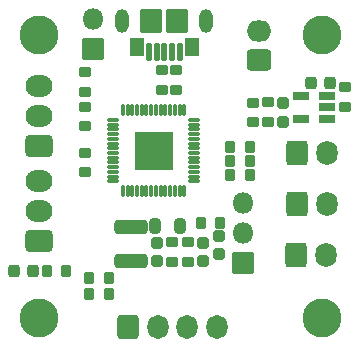
<source format=gts>
G04 #@! TF.GenerationSoftware,KiCad,Pcbnew,(6.0.7)*
G04 #@! TF.CreationDate,2022-10-27T11:51:29+02:00*
G04 #@! TF.ProjectId,reservoirCon,72657365-7276-46f6-9972-436f6e2e6b69,rev?*
G04 #@! TF.SameCoordinates,Original*
G04 #@! TF.FileFunction,Soldermask,Top*
G04 #@! TF.FilePolarity,Negative*
%FSLAX46Y46*%
G04 Gerber Fmt 4.6, Leading zero omitted, Abs format (unit mm)*
G04 Created by KiCad (PCBNEW (6.0.7)) date 2022-10-27 11:51:29*
%MOMM*%
%LPD*%
G01*
G04 APERTURE LIST*
G04 Aperture macros list*
%AMRoundRect*
0 Rectangle with rounded corners*
0 $1 Rounding radius*
0 $2 $3 $4 $5 $6 $7 $8 $9 X,Y pos of 4 corners*
0 Add a 4 corners polygon primitive as box body*
4,1,4,$2,$3,$4,$5,$6,$7,$8,$9,$2,$3,0*
0 Add four circle primitives for the rounded corners*
1,1,$1+$1,$2,$3*
1,1,$1+$1,$4,$5*
1,1,$1+$1,$6,$7*
1,1,$1+$1,$8,$9*
0 Add four rect primitives between the rounded corners*
20,1,$1+$1,$2,$3,$4,$5,0*
20,1,$1+$1,$4,$5,$6,$7,0*
20,1,$1+$1,$6,$7,$8,$9,0*
20,1,$1+$1,$8,$9,$2,$3,0*%
G04 Aperture macros list end*
%ADD10RoundRect,0.300000X-0.600000X-0.750000X0.600000X-0.750000X0.600000X0.750000X-0.600000X0.750000X0*%
%ADD11O,1.800000X2.100000*%
%ADD12RoundRect,0.250000X-0.275000X0.200000X-0.275000X-0.200000X0.275000X-0.200000X0.275000X0.200000X0*%
%ADD13RoundRect,0.250000X-0.200000X-0.275000X0.200000X-0.275000X0.200000X0.275000X-0.200000X0.275000X0*%
%ADD14RoundRect,0.250000X0.275000X-0.200000X0.275000X0.200000X-0.275000X0.200000X-0.275000X-0.200000X0*%
%ADD15RoundRect,0.100000X-0.387500X-0.050000X0.387500X-0.050000X0.387500X0.050000X-0.387500X0.050000X0*%
%ADD16RoundRect,0.100000X-0.050000X-0.387500X0.050000X-0.387500X0.050000X0.387500X-0.050000X0.387500X0*%
%ADD17RoundRect,0.050000X-1.600000X-1.600000X1.600000X-1.600000X1.600000X1.600000X-1.600000X1.600000X0*%
%ADD18RoundRect,0.050000X0.850000X0.850000X-0.850000X0.850000X-0.850000X-0.850000X0.850000X-0.850000X0*%
%ADD19O,1.800000X1.800000*%
%ADD20RoundRect,0.250000X0.200000X0.275000X-0.200000X0.275000X-0.200000X-0.275000X0.200000X-0.275000X0*%
%ADD21C,3.300000*%
%ADD22RoundRect,0.300000X0.750000X-0.600000X0.750000X0.600000X-0.750000X0.600000X-0.750000X-0.600000X0*%
%ADD23O,2.100000X1.800000*%
%ADD24RoundRect,0.300000X0.845000X-0.620000X0.845000X0.620000X-0.845000X0.620000X-0.845000X-0.620000X0*%
%ADD25O,2.290000X1.840000*%
%ADD26RoundRect,0.300000X-0.600000X-0.725000X0.600000X-0.725000X0.600000X0.725000X-0.600000X0.725000X0*%
%ADD27O,1.800000X2.050000*%
%ADD28RoundRect,0.275000X0.250000X-0.225000X0.250000X0.225000X-0.250000X0.225000X-0.250000X-0.225000X0*%
%ADD29RoundRect,0.200000X0.512500X0.150000X-0.512500X0.150000X-0.512500X-0.150000X0.512500X-0.150000X0*%
%ADD30RoundRect,0.275000X-0.250000X0.225000X-0.250000X-0.225000X0.250000X-0.225000X0.250000X0.225000X0*%
%ADD31RoundRect,0.268750X-0.218750X-0.256250X0.218750X-0.256250X0.218750X0.256250X-0.218750X0.256250X0*%
%ADD32RoundRect,0.268750X0.218750X0.381250X-0.218750X0.381250X-0.218750X-0.381250X0.218750X-0.381250X0*%
%ADD33RoundRect,0.275000X0.225000X0.250000X-0.225000X0.250000X-0.225000X-0.250000X0.225000X-0.250000X0*%
%ADD34RoundRect,0.050000X0.200000X0.700000X-0.200000X0.700000X-0.200000X-0.700000X0.200000X-0.700000X0*%
%ADD35RoundRect,0.050000X0.875000X0.950000X-0.875000X0.950000X-0.875000X-0.950000X0.875000X-0.950000X0*%
%ADD36RoundRect,0.050000X0.575000X0.725000X-0.575000X0.725000X-0.575000X-0.725000X0.575000X-0.725000X0*%
%ADD37O,1.150000X2.000000*%
%ADD38RoundRect,0.300000X1.100000X-0.325000X1.100000X0.325000X-1.100000X0.325000X-1.100000X-0.325000X0*%
G04 APERTURE END LIST*
D10*
X162250000Y-107000000D03*
D11*
X164750000Y-107000000D03*
D12*
X166333750Y-101450000D03*
X166333750Y-103100000D03*
D13*
X144675000Y-118900000D03*
X146325000Y-118900000D03*
D14*
X151700000Y-116225000D03*
X151700000Y-114575000D03*
D15*
X146662500Y-104200000D03*
X146662500Y-104600000D03*
X146662500Y-105000000D03*
X146662500Y-105400000D03*
X146662500Y-105800000D03*
X146662500Y-106200000D03*
X146662500Y-106600000D03*
X146662500Y-107000000D03*
X146662500Y-107400000D03*
X146662500Y-107800000D03*
X146662500Y-108200000D03*
X146662500Y-108600000D03*
X146662500Y-109000000D03*
X146662500Y-109400000D03*
D16*
X147500000Y-110237500D03*
X147900000Y-110237500D03*
X148300000Y-110237500D03*
X148700000Y-110237500D03*
X149100000Y-110237500D03*
X149500000Y-110237500D03*
X149900000Y-110237500D03*
X150300000Y-110237500D03*
X150700000Y-110237500D03*
X151100000Y-110237500D03*
X151500000Y-110237500D03*
X151900000Y-110237500D03*
X152300000Y-110237500D03*
X152700000Y-110237500D03*
D15*
X153537500Y-109400000D03*
X153537500Y-109000000D03*
X153537500Y-108600000D03*
X153537500Y-108200000D03*
X153537500Y-107800000D03*
X153537500Y-107400000D03*
X153537500Y-107000000D03*
X153537500Y-106600000D03*
X153537500Y-106200000D03*
X153537500Y-105800000D03*
X153537500Y-105400000D03*
X153537500Y-105000000D03*
X153537500Y-104600000D03*
X153537500Y-104200000D03*
D16*
X152700000Y-103362500D03*
X152300000Y-103362500D03*
X151900000Y-103362500D03*
X151500000Y-103362500D03*
X151100000Y-103362500D03*
X150700000Y-103362500D03*
X150300000Y-103362500D03*
X149900000Y-103362500D03*
X149500000Y-103362500D03*
X149100000Y-103362500D03*
X148700000Y-103362500D03*
X148300000Y-103362500D03*
X147900000Y-103362500D03*
X147500000Y-103362500D03*
D17*
X150100000Y-106800000D03*
D18*
X145000000Y-98200000D03*
D19*
X145000000Y-95660000D03*
D20*
X142725000Y-117000000D03*
X141075000Y-117000000D03*
D21*
X164400000Y-97000000D03*
D22*
X159000000Y-99150000D03*
D23*
X159000000Y-96650000D03*
D21*
X164400000Y-121000000D03*
D24*
X140420000Y-114440000D03*
D25*
X140420000Y-111900000D03*
X140420000Y-109360000D03*
D26*
X147950000Y-121700000D03*
D27*
X150450000Y-121700000D03*
X152950000Y-121700000D03*
X155450000Y-121700000D03*
D28*
X154300000Y-116175000D03*
X154300000Y-114625000D03*
D12*
X153000000Y-114575000D03*
X153000000Y-116225000D03*
D29*
X164821250Y-104095000D03*
X164821250Y-103145000D03*
X164821250Y-102195000D03*
X162546250Y-102195000D03*
X162546250Y-104095000D03*
D30*
X161033750Y-102800000D03*
X161033750Y-104350000D03*
X150400000Y-114625000D03*
X150400000Y-116175000D03*
D24*
X140420000Y-106440000D03*
D25*
X140420000Y-103900000D03*
X140420000Y-101360000D03*
D10*
X162250000Y-111300000D03*
D11*
X164750000Y-111300000D03*
D13*
X156600000Y-107700000D03*
X158250000Y-107700000D03*
D14*
X144300000Y-101825000D03*
X144300000Y-100175000D03*
D21*
X140400000Y-121000000D03*
D14*
X158496250Y-104390000D03*
X158496250Y-102740000D03*
D31*
X138312500Y-117000000D03*
X139887500Y-117000000D03*
D32*
X152362500Y-113200000D03*
X150237500Y-113200000D03*
D28*
X155600000Y-115575000D03*
X155600000Y-114025000D03*
D13*
X156600000Y-106500000D03*
X158250000Y-106500000D03*
D14*
X144300000Y-108625000D03*
X144300000Y-106975000D03*
X159783750Y-104370000D03*
X159783750Y-102720000D03*
D13*
X154075000Y-112900000D03*
X155725000Y-112900000D03*
X156600000Y-108900000D03*
X158250000Y-108900000D03*
D33*
X165008750Y-101075000D03*
X163458750Y-101075000D03*
D10*
X162200000Y-115600000D03*
D11*
X164700000Y-115600000D03*
D12*
X144300000Y-103075000D03*
X144300000Y-104725000D03*
D21*
X140400000Y-97000000D03*
D34*
X152300000Y-98450000D03*
X151650000Y-98450000D03*
X151000000Y-98450000D03*
X150350000Y-98450000D03*
X149700000Y-98450000D03*
D35*
X149875000Y-95800000D03*
X152125000Y-95800000D03*
D36*
X148680000Y-98030000D03*
D37*
X154575000Y-95800000D03*
X147425000Y-95800000D03*
D36*
X153320000Y-98030000D03*
D38*
X148200000Y-116175000D03*
X148200000Y-113225000D03*
D12*
X150800000Y-99975000D03*
X150800000Y-101625000D03*
X152000000Y-99975000D03*
X152000000Y-101625000D03*
D18*
X157700000Y-116325000D03*
D19*
X157700000Y-113785000D03*
X157700000Y-111245000D03*
D13*
X144675000Y-117600000D03*
X146325000Y-117600000D03*
M02*

</source>
